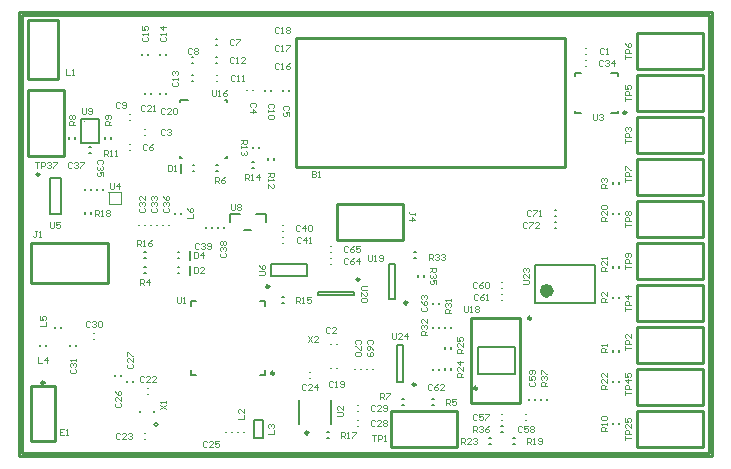
<source format=gto>
G04*
G04 #@! TF.GenerationSoftware,Altium Limited,Altium Designer,20.1.14 (287)*
G04*
G04 Layer_Color=65535*
%FSLAX25Y25*%
%MOIN*%
G70*
G04*
G04 #@! TF.SameCoordinates,32D4A6E9-0C54-4149-BE24-DE0316A2B815*
G04*
G04*
G04 #@! TF.FilePolarity,Positive*
G04*
G01*
G75*
%ADD10C,0.00984*%
%ADD11C,0.02362*%
%ADD12C,0.00394*%
%ADD13C,0.00197*%
%ADD14C,0.01000*%
%ADD15C,0.00600*%
%ADD16C,0.00787*%
%ADD17C,0.00591*%
%ADD18C,0.00079*%
%ADD19C,0.00500*%
%ADD20C,0.00300*%
D10*
X202429Y114602D02*
G03*
X202429Y114602I-492J0D01*
G01*
X152685Y22693D02*
G03*
X152685Y22693I-492J0D01*
G01*
X129492Y51173D02*
G03*
X129492Y51173I-492J0D01*
G01*
X113516Y59000D02*
G03*
X113516Y59000I-492J0D01*
G01*
X132217Y23913D02*
G03*
X132217Y23913I-492J0D01*
G01*
X170724Y46000D02*
G03*
X170724Y46000I-492J0D01*
G01*
X83406Y56587D02*
G03*
X83406Y56587I-492J0D01*
G01*
X6878Y93925D02*
G03*
X6878Y93925I-492J0D01*
G01*
X96492Y7850D02*
G03*
X96492Y7850I-492J0D01*
G01*
X85067Y27701D02*
G03*
X85067Y27701I-492J0D01*
G01*
D11*
X177122Y55154D02*
G03*
X177122Y55154I-1181J0D01*
G01*
D12*
X21877Y111666D02*
G03*
X21877Y111666I-197J0D01*
G01*
D13*
X30213Y88083D02*
G03*
X30213Y88083I-197J0D01*
G01*
D14*
X8500Y24500D02*
G03*
X8500Y24500I-500J0D01*
G01*
X3000Y145567D02*
X13000D01*
X3000Y125882D02*
X13000D01*
Y145567D01*
X3000Y125882D02*
Y145567D01*
X1000Y147000D02*
X230000D01*
X92500Y96500D02*
Y107000D01*
Y96500D02*
X182000D01*
Y139500D01*
X92500D02*
X182000D01*
X92500Y129000D02*
Y139500D01*
Y107000D02*
Y129000D01*
X106000Y84000D02*
X128000D01*
Y72000D02*
Y84000D01*
X106000Y72000D02*
X128000D01*
X106000D02*
Y84000D01*
X150618Y17673D02*
X167154D01*
X150618D02*
Y46020D01*
X167154D01*
Y17673D02*
Y46020D01*
X3000Y100000D02*
X15000D01*
Y122000D01*
X3000D02*
X15000D01*
X3000Y100000D02*
Y122000D01*
X206000Y3000D02*
X228000D01*
X206000D02*
Y15000D01*
X228000D01*
Y3000D02*
Y15000D01*
X206000Y59000D02*
X228000D01*
X206000D02*
Y71000D01*
X228000D01*
Y59000D02*
Y71000D01*
X206000Y73000D02*
X228000D01*
X206000D02*
Y85000D01*
X228000D01*
Y73000D02*
Y85000D01*
X206000Y87000D02*
X228000D01*
X206000D02*
Y99000D01*
X228000D01*
Y87000D02*
Y99000D01*
X206000Y45000D02*
X228000D01*
X206000D02*
Y57000D01*
X228000D01*
Y45000D02*
Y57000D01*
X206000Y31000D02*
X228000D01*
X206000D02*
Y43000D01*
X228000D01*
Y31000D02*
Y43000D01*
Y17000D02*
Y29000D01*
X206000D02*
X228000D01*
X206000Y17000D02*
Y29000D01*
Y17000D02*
X228000D01*
X124000Y15000D02*
X146000D01*
Y3000D02*
Y15000D01*
X124000Y3000D02*
X146000D01*
X124000D02*
Y15000D01*
X206000Y141000D02*
X228000D01*
Y129000D02*
Y141000D01*
X206000Y129000D02*
X228000D01*
X206000D02*
Y141000D01*
Y127000D02*
X228000D01*
Y115000D02*
Y127000D01*
X206000Y115000D02*
X228000D01*
X206000D02*
Y127000D01*
Y113000D02*
X228000D01*
Y101000D02*
Y113000D01*
X206000Y101000D02*
X228000D01*
X206000D02*
Y113000D01*
X4165Y57807D02*
X29756D01*
Y71193D01*
X4165D02*
X29756D01*
X4165Y57807D02*
Y71193D01*
X12000Y5000D02*
Y23500D01*
X4000Y5000D02*
X12000D01*
X4000D02*
Y23500D01*
X12000D01*
X1000Y1000D02*
X230000D01*
X230000Y147000D02*
X230000Y1000D01*
X1000D02*
Y147000D01*
X0Y0D02*
X231000D01*
X231000Y148000D02*
X231000Y0D01*
X0Y148000D02*
X231000D01*
X0Y0D02*
Y148000D01*
D15*
X46281Y10638D02*
G03*
X46281Y10638I-557J0D01*
G01*
X36890Y104000D02*
X37047D01*
X36890Y102000D02*
X37047D01*
X36921Y114000D02*
X37079D01*
X36921Y112000D02*
X37079D01*
X41890Y109000D02*
X42047D01*
X41890Y107000D02*
X42047D01*
X44000Y120890D02*
Y121047D01*
X42000Y120890D02*
Y121047D01*
X49000Y120890D02*
Y121047D01*
X47000Y120890D02*
Y121047D01*
X57972Y96984D02*
X58287D01*
X57972Y95016D02*
X58287D01*
X54193Y94425D02*
Y97575D01*
X57827Y125000D02*
X57984D01*
X57827Y127000D02*
X57984D01*
X57827Y131000D02*
X57984D01*
X57827Y133000D02*
X57984D01*
X49000Y133890D02*
Y134047D01*
X47000Y133890D02*
Y134047D01*
X43000Y133890D02*
Y134047D01*
X41000Y133890D02*
Y134047D01*
X65719Y97000D02*
X66219D01*
X65719Y95000D02*
X66219D01*
X65890Y127000D02*
X66047D01*
X65890Y125000D02*
X66047D01*
X65858Y133000D02*
X66016D01*
X65858Y131000D02*
X66016D01*
X65827Y139000D02*
X65984D01*
X65827Y137000D02*
X65984D01*
X77719Y98000D02*
X78219D01*
X77719Y96000D02*
X78219D01*
X80000Y102750D02*
Y103250D01*
X78000Y102750D02*
Y103250D01*
Y121953D02*
Y122110D01*
X76000Y121953D02*
Y122110D01*
X85000Y98782D02*
Y99282D01*
X83000Y98782D02*
Y99282D01*
X84000Y121890D02*
Y122047D01*
X82000Y121890D02*
Y122047D01*
X90000Y121890D02*
Y122047D01*
X88000Y121890D02*
Y122047D01*
X103890Y68000D02*
X104047D01*
X103890Y70000D02*
X104047D01*
X103890Y64000D02*
X104047D01*
X103890Y66000D02*
X104047D01*
X164718Y4000D02*
X165218D01*
X164718Y6000D02*
X165218D01*
X156781Y4000D02*
X157281D01*
X156781Y6000D02*
X157281D01*
X160953Y54000D02*
X161110D01*
X160953Y52000D02*
X161110D01*
X160953Y58000D02*
X161110D01*
X160953Y56000D02*
X161110D01*
X131750Y68000D02*
X132250D01*
X131750Y66000D02*
X132250D01*
X135000Y59781D02*
Y60281D01*
X133000Y59781D02*
Y60281D01*
X160782Y10000D02*
X161282D01*
X160782Y8000D02*
X161282D01*
X172000Y18890D02*
Y19047D01*
X170000Y18890D02*
Y19047D01*
X176000Y18719D02*
Y19218D01*
X174000Y18719D02*
Y19218D01*
X160953Y12000D02*
X161110D01*
X160953Y14000D02*
X161110D01*
X168953Y12000D02*
X169110D01*
X168953Y14000D02*
X169110D01*
X140000Y50890D02*
Y51047D01*
X138000Y50890D02*
Y51047D01*
Y42718D02*
Y43218D01*
X140000Y42718D02*
Y43218D01*
X144000Y42718D02*
Y43218D01*
X142000Y42718D02*
Y43218D01*
X140000Y28890D02*
Y29047D01*
X138000Y28890D02*
Y29047D01*
X144000Y28782D02*
Y29281D01*
X142000Y28782D02*
Y29281D01*
X144000Y35781D02*
Y36281D01*
X142000Y35781D02*
Y36281D01*
X112000Y28953D02*
Y29110D01*
X114000Y28953D02*
Y29110D01*
X116000Y28953D02*
Y29110D01*
X118000Y28953D02*
Y29110D01*
X178717Y78000D02*
X178874D01*
X178717Y76000D02*
X178874D01*
X178717Y82000D02*
X178874D01*
X178717Y80000D02*
X178874D01*
X28712Y105873D02*
Y106373D01*
X30712Y105873D02*
Y106373D01*
X16712Y105873D02*
Y106373D01*
X18712Y105873D02*
Y106373D01*
X23430Y101091D02*
X23931D01*
X23430Y103091D02*
X23931D01*
X52000Y80890D02*
Y81047D01*
X54000Y80890D02*
Y81047D01*
X87750Y51000D02*
X88250D01*
X87750Y53000D02*
X88250D01*
X87890Y73000D02*
X88047D01*
X87890Y71000D02*
X88047D01*
X87890Y75000D02*
X88047D01*
X87890Y77000D02*
X88047D01*
X62260Y76157D02*
Y76315D01*
X64260Y76157D02*
Y76315D01*
X68260Y76157D02*
Y76315D01*
X66260Y76157D02*
Y76315D01*
X50000Y76953D02*
Y77110D01*
X48000Y76953D02*
Y77110D01*
X44000Y76953D02*
Y77110D01*
X46000Y76953D02*
Y77110D01*
X40000Y76953D02*
Y77110D01*
X42000Y76953D02*
Y77110D01*
X28000Y88890D02*
Y89047D01*
X26000Y88890D02*
Y89047D01*
X22000Y88890D02*
Y89047D01*
X24000Y88890D02*
Y89047D01*
X22000Y80782D02*
Y81282D01*
X24000Y80782D02*
Y81282D01*
X188890Y136000D02*
X189047D01*
X188890Y134000D02*
X189047D01*
X188890Y132000D02*
X189047D01*
X188890Y130000D02*
X189047D01*
X127750Y17000D02*
X128250D01*
X127750Y19000D02*
X128250D01*
X137782Y17000D02*
X138282D01*
X137782Y19000D02*
X138282D01*
X200000Y34782D02*
Y35282D01*
X198000Y34782D02*
Y35282D01*
Y24719D02*
Y25218D01*
X200000Y24719D02*
Y25218D01*
Y62782D02*
Y63282D01*
X198000Y62782D02*
Y63282D01*
X200000Y90781D02*
Y91281D01*
X198000Y90781D02*
Y91281D01*
Y80718D02*
Y81218D01*
X200000Y80718D02*
Y81218D01*
X198000Y52719D02*
Y53219D01*
X200000Y52719D02*
Y53219D01*
X41719Y63000D02*
X42219D01*
X41719Y61000D02*
X42219D01*
X112890Y15000D02*
X113047D01*
X112890Y17000D02*
X113047D01*
X112890Y12000D02*
X113047D01*
X112890Y10000D02*
X113047D01*
X102718Y8000D02*
X103218D01*
X102718Y6000D02*
X103218D01*
X198000Y10750D02*
Y11250D01*
X200000Y10750D02*
Y11250D01*
X57067Y60425D02*
Y63575D01*
X52972Y62984D02*
X53287D01*
X52972Y61016D02*
X53287D01*
X41719Y68000D02*
X42219D01*
X41719Y66000D02*
X42219D01*
X57035Y65425D02*
Y68575D01*
X52941Y67984D02*
X53256D01*
X52941Y66016D02*
X53256D01*
X32000Y26890D02*
Y27047D01*
X34000Y26890D02*
Y27047D01*
X71000Y7953D02*
Y8110D01*
X69000Y7953D02*
Y8110D01*
X75000Y7953D02*
Y8110D01*
X73000Y7953D02*
Y8110D01*
X96890Y26000D02*
X97047D01*
X96890Y28000D02*
X97047D01*
X104000Y37276D02*
Y37433D01*
X106000Y37276D02*
Y37433D01*
Y29339D02*
Y29496D01*
X104000Y29339D02*
Y29496D01*
X36000Y24921D02*
Y25079D01*
X38000Y24921D02*
Y25079D01*
X42890Y20937D02*
X43047D01*
X42890Y22937D02*
X43047D01*
X40213Y14772D02*
Y15165D01*
X44937Y14772D02*
Y15165D01*
X41953Y7937D02*
X42110D01*
X41953Y5937D02*
X42110D01*
X9000Y36921D02*
Y37079D01*
X7000Y36921D02*
Y37079D01*
X14000Y42890D02*
Y43047D01*
X12000Y42890D02*
Y43047D01*
X24890Y41000D02*
X25047D01*
X24890Y39000D02*
X25047D01*
X17000Y36921D02*
Y37079D01*
X19000Y36921D02*
Y37079D01*
D16*
X199772Y126906D02*
Y127693D01*
X197508D02*
X199772D01*
X185205Y126906D02*
Y127693D01*
X187469D01*
X185205Y114307D02*
Y115094D01*
Y114307D02*
X187469D01*
X197508D02*
X199772D01*
Y115094D01*
X53728Y99367D02*
Y100095D01*
Y99367D02*
X54456D01*
X69279D02*
Y100095D01*
X68551Y99367D02*
X69279D01*
X68551Y118855D02*
X69279D01*
Y118126D02*
Y118855D01*
X53728Y118126D02*
Y118855D01*
X56425D01*
X165382Y27319D02*
Y36374D01*
X153177Y27319D02*
Y36374D01*
X165382D01*
X153177Y27319D02*
X165382D01*
X123291Y52354D02*
Y64165D01*
X125260Y52354D02*
Y64165D01*
X123291D02*
X125260D01*
X123291Y52354D02*
X125260D01*
X111843Y53685D02*
Y54866D01*
X99638Y53685D02*
Y54866D01*
X111843D01*
X99638Y53685D02*
X111843D01*
X126016Y24898D02*
Y37102D01*
X127984Y24898D02*
Y37102D01*
X126016D02*
X127984D01*
X126016Y24898D02*
X127984D01*
X172004Y51217D02*
X192083D01*
X172004Y63815D02*
X192083D01*
X172004Y51217D02*
Y63815D01*
X192083Y51217D02*
Y63815D01*
X83898Y60031D02*
Y63968D01*
X96102Y60031D02*
Y63968D01*
X83898Y60031D02*
X96102D01*
X83898Y63968D02*
X96102D01*
X70276Y78035D02*
Y80890D01*
X78917D02*
X82244D01*
X70276D02*
X73602D01*
X82244Y78035D02*
Y80890D01*
X75177Y75378D02*
X77342D01*
X14161Y80638D02*
Y92843D01*
X10224Y80638D02*
Y92843D01*
Y80638D02*
X14161D01*
X10224Y92843D02*
X14161D01*
X93244Y10902D02*
Y18776D01*
X103874Y10902D02*
Y18776D01*
X57213Y27110D02*
X58984D01*
X57213D02*
Y28882D01*
Y50142D02*
Y51913D01*
X58984D01*
X82016Y27110D02*
Y28882D01*
X80244Y27110D02*
X82016D01*
Y50142D02*
Y51913D01*
X80244D02*
X82016D01*
D17*
X20846Y112516D02*
X26846D01*
Y104516D02*
Y112516D01*
X20846Y104516D02*
X26846D01*
X20846D02*
Y112516D01*
D18*
X30016Y88083D02*
X33953Y88083D01*
Y83949D02*
Y88083D01*
X30016Y83949D02*
X33953D01*
X30016D02*
Y88083D01*
D19*
X78500Y6000D02*
Y12000D01*
Y6000D02*
X81500D01*
Y12000D01*
X78500D02*
X81500D01*
D20*
X97667Y95000D02*
Y93000D01*
X98667D01*
X99000Y93334D01*
Y93667D01*
X98667Y94000D01*
X97667D01*
X98667D01*
X99000Y94333D01*
Y94666D01*
X98667Y95000D01*
X97667D01*
X99666Y93000D02*
X100333D01*
X100000D01*
Y95000D01*
X99666Y94666D01*
X132000Y80333D02*
Y81000D01*
Y80666D01*
X130334D01*
X130000Y81000D01*
Y81333D01*
X130334Y81666D01*
X130000Y78667D02*
X132000D01*
X131000Y79667D01*
Y78334D01*
X202000Y62334D02*
Y63667D01*
Y63001D01*
X204000D01*
Y64334D02*
X202000D01*
Y65333D01*
X202333Y65667D01*
X203000D01*
X203333Y65333D01*
Y64334D01*
X203666Y66333D02*
X204000Y66666D01*
Y67333D01*
X203666Y67666D01*
X202333D01*
X202000Y67333D01*
Y66666D01*
X202333Y66333D01*
X202667D01*
X203000Y66666D01*
Y67666D01*
X202000Y76334D02*
Y77667D01*
Y77001D01*
X204000D01*
Y78334D02*
X202000D01*
Y79333D01*
X202333Y79666D01*
X203000D01*
X203333Y79333D01*
Y78334D01*
X202333Y80333D02*
X202000Y80666D01*
Y81333D01*
X202333Y81666D01*
X202667D01*
X203000Y81333D01*
X203333Y81666D01*
X203666D01*
X204000Y81333D01*
Y80666D01*
X203666Y80333D01*
X203333D01*
X203000Y80666D01*
X202667Y80333D01*
X202333D01*
X203000Y80666D02*
Y81333D01*
X202000Y91334D02*
Y92667D01*
Y92001D01*
X204000D01*
Y93334D02*
X202000D01*
Y94333D01*
X202333Y94666D01*
X203000D01*
X203333Y94333D01*
Y93334D01*
X202000Y95333D02*
Y96666D01*
X202333D01*
X203666Y95333D01*
X204000D01*
X202000Y48334D02*
Y49667D01*
Y49001D01*
X204000D01*
Y50334D02*
X202000D01*
Y51333D01*
X202333Y51666D01*
X203000D01*
X203333Y51333D01*
Y50334D01*
X204000Y53333D02*
X202000D01*
X203000Y52333D01*
Y53666D01*
X202000Y35334D02*
Y36667D01*
Y36001D01*
X204000D01*
Y37334D02*
X202000D01*
Y38333D01*
X202333Y38666D01*
X203000D01*
X203333Y38333D01*
Y37334D01*
X204000Y40666D02*
Y39333D01*
X202667Y40666D01*
X202333D01*
X202000Y40333D01*
Y39666D01*
X202333Y39333D01*
X196000Y61667D02*
X194000D01*
Y62667D01*
X194334Y63000D01*
X195000D01*
X195333Y62667D01*
Y61667D01*
Y62334D02*
X196000Y63000D01*
Y65000D02*
Y63667D01*
X194667Y65000D01*
X194334D01*
X194000Y64666D01*
Y64000D01*
X194334Y63667D01*
X196000Y65666D02*
Y66333D01*
Y65999D01*
X194000D01*
X194334Y65666D01*
X196000Y78334D02*
X194000D01*
Y79334D01*
X194334Y79667D01*
X195000D01*
X195333Y79334D01*
Y78334D01*
Y79001D02*
X196000Y79667D01*
Y81666D02*
Y80334D01*
X194667Y81666D01*
X194334D01*
X194000Y81333D01*
Y80667D01*
X194334Y80334D01*
Y82333D02*
X194000Y82666D01*
Y83333D01*
X194334Y83666D01*
X195666D01*
X196000Y83333D01*
Y82666D01*
X195666Y82333D01*
X194334D01*
X196000Y89334D02*
X194000D01*
Y90334D01*
X194334Y90667D01*
X195000D01*
X195333Y90334D01*
Y89334D01*
Y90000D02*
X196000Y90667D01*
X194334Y91333D02*
X194000Y91667D01*
Y92333D01*
X194334Y92666D01*
X194667D01*
X195000Y92333D01*
Y92000D01*
Y92333D01*
X195333Y92666D01*
X195666D01*
X196000Y92333D01*
Y91667D01*
X195666Y91333D01*
X196000Y51334D02*
X194000D01*
Y52334D01*
X194334Y52667D01*
X195000D01*
X195333Y52334D01*
Y51334D01*
Y52000D02*
X196000Y52667D01*
Y54666D02*
Y53333D01*
X194667Y54666D01*
X194334D01*
X194000Y54333D01*
Y53667D01*
X194334Y53333D01*
X196000Y34667D02*
X194000D01*
Y35667D01*
X194334Y36000D01*
X195000D01*
X195333Y35667D01*
Y34667D01*
Y35334D02*
X196000Y36000D01*
Y36666D02*
Y37333D01*
Y37000D01*
X194000D01*
X194334Y36666D01*
X21046Y116091D02*
Y114425D01*
X21379Y114092D01*
X22046D01*
X22379Y114425D01*
Y116091D01*
X23045Y114425D02*
X23379Y114092D01*
X24045D01*
X24378Y114425D01*
Y115758D01*
X24045Y116091D01*
X23379D01*
X23045Y115758D01*
Y115424D01*
X23379Y115091D01*
X24378D01*
X70594Y84267D02*
Y82601D01*
X70927Y82268D01*
X71593D01*
X71927Y82601D01*
Y84267D01*
X72593Y83934D02*
X72926Y84267D01*
X73593D01*
X73926Y83934D01*
Y83601D01*
X73593Y83268D01*
X73926Y82934D01*
Y82601D01*
X73593Y82268D01*
X72926D01*
X72593Y82601D01*
Y82934D01*
X72926Y83268D01*
X72593Y83601D01*
Y83934D01*
X72926Y83268D02*
X73593D01*
X80000Y60334D02*
X81666D01*
X82000Y60667D01*
Y61334D01*
X81666Y61667D01*
X80000D01*
Y63666D02*
X80334Y63000D01*
X81000Y62333D01*
X81666D01*
X82000Y62666D01*
Y63333D01*
X81666Y63666D01*
X81333D01*
X81000Y63333D01*
Y62333D01*
X10334Y78000D02*
Y76334D01*
X10667Y76000D01*
X11334D01*
X11667Y76334D01*
Y78000D01*
X13666D02*
X12333D01*
Y77000D01*
X13000Y77333D01*
X13333D01*
X13666Y77000D01*
Y76334D01*
X13333Y76000D01*
X12666D01*
X12333Y76334D01*
X5334Y98000D02*
X6667D01*
X6001D01*
Y96000D01*
X7334D02*
Y98000D01*
X8334D01*
X8667Y97667D01*
Y97000D01*
X8334Y96667D01*
X7334D01*
X9333Y97667D02*
X9667Y98000D01*
X10333D01*
X10666Y97667D01*
Y97333D01*
X10333Y97000D01*
X10000D01*
X10333D01*
X10666Y96667D01*
Y96334D01*
X10333Y96000D01*
X9667D01*
X9333Y96334D01*
X11333Y98000D02*
X12665D01*
Y97667D01*
X11333Y96334D01*
Y96000D01*
X117667Y7000D02*
X119000D01*
X118334D01*
Y5000D01*
X119667D02*
Y7000D01*
X120667D01*
X121000Y6667D01*
Y6000D01*
X120667Y5667D01*
X119667D01*
X121666Y5000D02*
X122333D01*
X121999D01*
Y7000D01*
X121666Y6667D01*
X25501Y80000D02*
Y82000D01*
X26500D01*
X26834Y81666D01*
Y81000D01*
X26500Y80667D01*
X25501D01*
X26167D02*
X26834Y80000D01*
X27500D02*
X28167D01*
X27833D01*
Y82000D01*
X27500Y81666D01*
X29166D02*
X29500Y82000D01*
X30166D01*
X30499Y81666D01*
Y81333D01*
X30166Y81000D01*
X30499Y80667D01*
Y80334D01*
X30166Y80000D01*
X29500D01*
X29166Y80334D01*
Y80667D01*
X29500Y81000D01*
X29166Y81333D01*
Y81666D01*
X29500Y81000D02*
X30166D01*
X28366Y100000D02*
Y102000D01*
X29366D01*
X29699Y101666D01*
Y101000D01*
X29366Y100667D01*
X28366D01*
X29032D02*
X29699Y100000D01*
X30365D02*
X31032D01*
X30698D01*
Y102000D01*
X30365Y101666D01*
X32031Y100000D02*
X32698D01*
X32364D01*
Y102000D01*
X32031Y101666D01*
X30712Y110425D02*
X28712D01*
Y111425D01*
X29046Y111758D01*
X29712D01*
X30045Y111425D01*
Y110425D01*
Y111091D02*
X30712Y111758D01*
X30378Y112424D02*
X30712Y112758D01*
Y113424D01*
X30378Y113757D01*
X29046D01*
X28712Y113424D01*
Y112758D01*
X29046Y112424D01*
X29379D01*
X29712Y112758D01*
Y113757D01*
X18712Y110425D02*
X16712D01*
Y111425D01*
X17045Y111758D01*
X17712D01*
X18045Y111425D01*
Y110425D01*
Y111091D02*
X18712Y111758D01*
X17045Y112424D02*
X16712Y112758D01*
Y113424D01*
X17045Y113757D01*
X17379D01*
X17712Y113424D01*
X18045Y113757D01*
X18378D01*
X18712Y113424D01*
Y112758D01*
X18378Y112424D01*
X18045D01*
X17712Y112758D01*
X17379Y112424D01*
X17045D01*
X17712Y112758D02*
Y113424D01*
X120334Y19000D02*
Y21000D01*
X121334D01*
X121667Y20666D01*
Y20000D01*
X121334Y19667D01*
X120334D01*
X121000D02*
X121667Y19000D01*
X122333Y21000D02*
X123666D01*
Y20666D01*
X122333Y19334D01*
Y19000D01*
X142334Y17000D02*
Y19000D01*
X143334D01*
X143667Y18666D01*
Y18000D01*
X143334Y17667D01*
X142334D01*
X143000D02*
X143667Y17000D01*
X145666Y19000D02*
X144333D01*
Y18000D01*
X145000Y18333D01*
X145333D01*
X145666Y18000D01*
Y17334D01*
X145333Y17000D01*
X144667D01*
X144333Y17334D01*
X56000Y79334D02*
X58000D01*
Y80667D01*
X56000Y82666D02*
X56334Y82000D01*
X57000Y81333D01*
X57666D01*
X58000Y81666D01*
Y82333D01*
X57666Y82666D01*
X57333D01*
X57000Y82333D01*
Y81333D01*
X93667Y76666D02*
X93334Y77000D01*
X92667D01*
X92334Y76666D01*
Y75334D01*
X92667Y75000D01*
X93334D01*
X93667Y75334D01*
X95333Y75000D02*
Y77000D01*
X94334Y76000D01*
X95666D01*
X96333Y76666D02*
X96666Y77000D01*
X97333D01*
X97666Y76666D01*
Y75334D01*
X97333Y75000D01*
X96666D01*
X96333Y75334D01*
Y76666D01*
X48333Y82667D02*
X48000Y82334D01*
Y81667D01*
X48333Y81334D01*
X49666D01*
X50000Y81667D01*
Y82334D01*
X49666Y82667D01*
X48333Y83334D02*
X48000Y83667D01*
Y84333D01*
X48333Y84667D01*
X48667D01*
X49000Y84333D01*
Y84000D01*
Y84333D01*
X49333Y84667D01*
X49666D01*
X50000Y84333D01*
Y83667D01*
X49666Y83334D01*
X48000Y86666D02*
X48333Y85999D01*
X49000Y85333D01*
X49666D01*
X50000Y85666D01*
Y86333D01*
X49666Y86666D01*
X49333D01*
X49000Y86333D01*
Y85333D01*
X27666Y97333D02*
X28000Y97666D01*
Y98333D01*
X27666Y98666D01*
X26334D01*
X26000Y98333D01*
Y97666D01*
X26334Y97333D01*
X27666Y96666D02*
X28000Y96333D01*
Y95667D01*
X27666Y95333D01*
X27333D01*
X27000Y95667D01*
Y96000D01*
Y95667D01*
X26667Y95333D01*
X26334D01*
X26000Y95667D01*
Y96333D01*
X26334Y96666D01*
X28000Y93334D02*
Y94667D01*
X27000D01*
X27333Y94001D01*
Y93667D01*
X27000Y93334D01*
X26334D01*
X26000Y93667D01*
Y94334D01*
X26334Y94667D01*
X194667Y131667D02*
X194334Y132000D01*
X193667D01*
X193334Y131667D01*
Y130333D01*
X193667Y130000D01*
X194334D01*
X194667Y130333D01*
X195334Y131667D02*
X195667Y132000D01*
X196333D01*
X196667Y131667D01*
Y131333D01*
X196333Y131000D01*
X196000D01*
X196333D01*
X196667Y130667D01*
Y130333D01*
X196333Y130000D01*
X195667D01*
X195334Y130333D01*
X198333Y130000D02*
Y132000D01*
X197333Y131000D01*
X198666D01*
X44333Y82667D02*
X44000Y82334D01*
Y81667D01*
X44333Y81334D01*
X45666D01*
X46000Y81667D01*
Y82334D01*
X45666Y82667D01*
X44333Y83334D02*
X44000Y83667D01*
Y84333D01*
X44333Y84667D01*
X44667D01*
X45000Y84333D01*
Y84000D01*
Y84333D01*
X45333Y84667D01*
X45666D01*
X46000Y84333D01*
Y83667D01*
X45666Y83334D01*
X44333Y85333D02*
X44000Y85666D01*
Y86333D01*
X44333Y86666D01*
X44667D01*
X45000Y86333D01*
Y85999D01*
Y86333D01*
X45333Y86666D01*
X45666D01*
X46000Y86333D01*
Y85666D01*
X45666Y85333D01*
X40334Y82667D02*
X40000Y82334D01*
Y81667D01*
X40334Y81334D01*
X41666D01*
X42000Y81667D01*
Y82334D01*
X41666Y82667D01*
X40334Y83334D02*
X40000Y83667D01*
Y84333D01*
X40334Y84667D01*
X40667D01*
X41000Y84333D01*
Y84000D01*
Y84333D01*
X41333Y84667D01*
X41666D01*
X42000Y84333D01*
Y83667D01*
X41666Y83334D01*
X42000Y86666D02*
Y85333D01*
X40667Y86666D01*
X40334D01*
X40000Y86333D01*
Y85666D01*
X40334Y85333D01*
X195000Y135667D02*
X194667Y136000D01*
X194000D01*
X193667Y135667D01*
Y134334D01*
X194000Y134000D01*
X194667D01*
X195000Y134334D01*
X195667Y134000D02*
X196333D01*
X196000D01*
Y136000D01*
X195667Y135667D01*
X116000Y56666D02*
X114333D01*
X114000Y56333D01*
Y55666D01*
X114333Y55333D01*
X116000D01*
X114000Y53333D02*
Y54666D01*
X115333Y53333D01*
X115666D01*
X116000Y53667D01*
Y54333D01*
X115666Y54666D01*
Y52667D02*
X116000Y52334D01*
Y51667D01*
X115666Y51334D01*
X114333D01*
X114000Y51667D01*
Y52334D01*
X114333Y52667D01*
X115666D01*
X116501Y67000D02*
Y65334D01*
X116834Y65000D01*
X117500D01*
X117834Y65334D01*
Y67000D01*
X118500Y65000D02*
X119167D01*
X118833D01*
Y67000D01*
X118500Y66667D01*
X120166Y65334D02*
X120500Y65000D01*
X121166D01*
X121499Y65334D01*
Y66667D01*
X121166Y67000D01*
X120500D01*
X120166Y66667D01*
Y66333D01*
X120500Y66000D01*
X121499D01*
X148501Y50000D02*
Y48334D01*
X148834Y48000D01*
X149501D01*
X149834Y48334D01*
Y50000D01*
X150500Y48000D02*
X151167D01*
X150833D01*
Y50000D01*
X150500Y49667D01*
X152166D02*
X152499Y50000D01*
X153166D01*
X153499Y49667D01*
Y49333D01*
X153166Y49000D01*
X153499Y48667D01*
Y48334D01*
X153166Y48000D01*
X152499D01*
X152166Y48334D01*
Y48667D01*
X152499Y49000D01*
X152166Y49333D01*
Y49667D01*
X152499Y49000D02*
X153166D01*
X202000Y5334D02*
Y6667D01*
Y6001D01*
X204000D01*
Y7334D02*
X202000D01*
Y8334D01*
X202333Y8667D01*
X203000D01*
X203333Y8334D01*
Y7334D01*
X204000Y10666D02*
Y9333D01*
X202667Y10666D01*
X202333D01*
X202000Y10333D01*
Y9667D01*
X202333Y9333D01*
X202000Y12665D02*
Y11333D01*
X203000D01*
X202667Y11999D01*
Y12332D01*
X203000Y12665D01*
X203666D01*
X204000Y12332D01*
Y11666D01*
X203666Y11333D01*
X176000Y23334D02*
X174000D01*
Y24334D01*
X174334Y24667D01*
X175000D01*
X175333Y24334D01*
Y23334D01*
Y24001D02*
X176000Y24667D01*
X174334Y25334D02*
X174000Y25667D01*
Y26333D01*
X174334Y26667D01*
X174667D01*
X175000Y26333D01*
Y26000D01*
Y26333D01*
X175333Y26667D01*
X175666D01*
X176000Y26333D01*
Y25667D01*
X175666Y25334D01*
X174000Y27333D02*
Y28666D01*
X174334D01*
X175666Y27333D01*
X176000D01*
X151334Y8000D02*
Y10000D01*
X152334D01*
X152667Y9667D01*
Y9000D01*
X152334Y8667D01*
X151334D01*
X152001D02*
X152667Y8000D01*
X153333Y9667D02*
X153667Y10000D01*
X154333D01*
X154666Y9667D01*
Y9333D01*
X154333Y9000D01*
X154000D01*
X154333D01*
X154666Y8667D01*
Y8334D01*
X154333Y8000D01*
X153667D01*
X153333Y8334D01*
X156666Y10000D02*
X155999Y9667D01*
X155333Y9000D01*
Y8334D01*
X155666Y8000D01*
X156333D01*
X156666Y8334D01*
Y8667D01*
X156333Y9000D01*
X155333D01*
X137000Y62666D02*
X139000D01*
Y61666D01*
X138666Y61333D01*
X138000D01*
X137667Y61666D01*
Y62666D01*
Y61999D02*
X137000Y61333D01*
X138666Y60666D02*
X139000Y60333D01*
Y59667D01*
X138666Y59333D01*
X138333D01*
X138000Y59667D01*
Y60000D01*
Y59667D01*
X137667Y59333D01*
X137334D01*
X137000Y59667D01*
Y60333D01*
X137334Y60666D01*
X139000Y57334D02*
Y58667D01*
X138000D01*
X138333Y58001D01*
Y57667D01*
X138000Y57334D01*
X137334D01*
X137000Y57667D01*
Y58334D01*
X137334Y58667D01*
X136834Y65500D02*
Y67500D01*
X137834D01*
X138167Y67167D01*
Y66500D01*
X137834Y66167D01*
X136834D01*
X137501D02*
X138167Y65500D01*
X138833Y67167D02*
X139167Y67500D01*
X139833D01*
X140166Y67167D01*
Y66833D01*
X139833Y66500D01*
X139500D01*
X139833D01*
X140166Y66167D01*
Y65834D01*
X139833Y65500D01*
X139167D01*
X138833Y65834D01*
X140833Y67167D02*
X141166Y67500D01*
X141833D01*
X142166Y67167D01*
Y66833D01*
X141833Y66500D01*
X141499D01*
X141833D01*
X142166Y66167D01*
Y65834D01*
X141833Y65500D01*
X141166D01*
X140833Y65834D01*
X136000Y40334D02*
X134000D01*
Y41334D01*
X134334Y41667D01*
X135000D01*
X135333Y41334D01*
Y40334D01*
Y41001D02*
X136000Y41667D01*
X134334Y42334D02*
X134000Y42667D01*
Y43333D01*
X134334Y43666D01*
X134667D01*
X135000Y43333D01*
Y43000D01*
Y43333D01*
X135333Y43666D01*
X135666D01*
X136000Y43333D01*
Y42667D01*
X135666Y42334D01*
X136000Y45666D02*
Y44333D01*
X134667Y45666D01*
X134334D01*
X134000Y45333D01*
Y44666D01*
X134334Y44333D01*
X144000Y47667D02*
X142000D01*
Y48667D01*
X142333Y49000D01*
X143000D01*
X143333Y48667D01*
Y47667D01*
Y48334D02*
X144000Y49000D01*
X142333Y49667D02*
X142000Y50000D01*
Y50666D01*
X142333Y51000D01*
X142667D01*
X143000Y50666D01*
Y50333D01*
Y50666D01*
X143333Y51000D01*
X143666D01*
X144000Y50666D01*
Y50000D01*
X143666Y49667D01*
X144000Y51666D02*
Y52333D01*
Y51999D01*
X142000D01*
X142333Y51666D01*
X148000Y34334D02*
X146000D01*
Y35334D01*
X146334Y35667D01*
X147000D01*
X147333Y35334D01*
Y34334D01*
Y35001D02*
X148000Y35667D01*
Y37666D02*
Y36334D01*
X146667Y37666D01*
X146334D01*
X146000Y37333D01*
Y36667D01*
X146334Y36334D01*
X146000Y39666D02*
Y38333D01*
X147000D01*
X146667Y38999D01*
Y39333D01*
X147000Y39666D01*
X147666D01*
X148000Y39333D01*
Y38666D01*
X147666Y38333D01*
X148000Y26334D02*
X146000D01*
Y27334D01*
X146334Y27667D01*
X147000D01*
X147333Y27334D01*
Y26334D01*
Y27001D02*
X148000Y27667D01*
Y29667D02*
Y28334D01*
X146667Y29667D01*
X146334D01*
X146000Y29333D01*
Y28667D01*
X146334Y28334D01*
X148000Y31333D02*
X146000D01*
X147000Y30333D01*
Y31666D01*
X147334Y4000D02*
Y6000D01*
X148334D01*
X148667Y5666D01*
Y5000D01*
X148334Y4667D01*
X147334D01*
X148001D02*
X148667Y4000D01*
X150666D02*
X149334D01*
X150666Y5333D01*
Y5666D01*
X150333Y6000D01*
X149667D01*
X149334Y5666D01*
X151333D02*
X151666Y6000D01*
X152333D01*
X152666Y5666D01*
Y5333D01*
X152333Y5000D01*
X151999D01*
X152333D01*
X152666Y4667D01*
Y4334D01*
X152333Y4000D01*
X151666D01*
X151333Y4334D01*
X196000Y22303D02*
X194000D01*
Y23302D01*
X194334Y23636D01*
X195000D01*
X195333Y23302D01*
Y22303D01*
Y22969D02*
X196000Y23636D01*
Y25635D02*
Y24302D01*
X194667Y25635D01*
X194334D01*
X194000Y25302D01*
Y24635D01*
X194334Y24302D01*
X196000Y27634D02*
Y26301D01*
X194667Y27634D01*
X194334D01*
X194000Y27301D01*
Y26635D01*
X194334Y26301D01*
X169501Y4000D02*
Y6000D01*
X170501D01*
X170834Y5666D01*
Y5000D01*
X170501Y4667D01*
X169501D01*
X170167D02*
X170834Y4000D01*
X171500D02*
X172167D01*
X171833D01*
Y6000D01*
X171500Y5666D01*
X173166Y4334D02*
X173500Y4000D01*
X174166D01*
X174499Y4334D01*
Y5666D01*
X174166Y6000D01*
X173500D01*
X173166Y5666D01*
Y5333D01*
X173500Y5000D01*
X174499D01*
X92501Y51000D02*
Y53000D01*
X93501D01*
X93834Y52666D01*
Y52000D01*
X93501Y51667D01*
X92501D01*
X93167D02*
X93834Y51000D01*
X94500D02*
X95167D01*
X94833D01*
Y53000D01*
X94500Y52666D01*
X97499Y53000D02*
X96166D01*
Y52000D01*
X96833Y52333D01*
X97166D01*
X97499Y52000D01*
Y51334D01*
X97166Y51000D01*
X96500D01*
X96166Y51334D01*
X109604Y69666D02*
X109271Y70000D01*
X108604D01*
X108271Y69666D01*
Y68334D01*
X108604Y68000D01*
X109271D01*
X109604Y68334D01*
X111603Y70000D02*
X110937Y69666D01*
X110271Y69000D01*
Y68334D01*
X110604Y68000D01*
X111270D01*
X111603Y68334D01*
Y68667D01*
X111270Y69000D01*
X110271D01*
X113603Y70000D02*
X112270D01*
Y69000D01*
X112936Y69333D01*
X113270D01*
X113603Y69000D01*
Y68334D01*
X113270Y68000D01*
X112603D01*
X112270Y68334D01*
X109667Y65667D02*
X109334Y66000D01*
X108667D01*
X108334Y65667D01*
Y64334D01*
X108667Y64000D01*
X109334D01*
X109667Y64334D01*
X111667Y66000D02*
X111000Y65667D01*
X110334Y65000D01*
Y64334D01*
X110667Y64000D01*
X111333D01*
X111667Y64334D01*
Y64667D01*
X111333Y65000D01*
X110334D01*
X113333Y64000D02*
Y66000D01*
X112333Y65000D01*
X113666D01*
X134334Y49667D02*
X134000Y49334D01*
Y48667D01*
X134334Y48334D01*
X135666D01*
X136000Y48667D01*
Y49334D01*
X135666Y49667D01*
X134000Y51666D02*
X134334Y51000D01*
X135000Y50334D01*
X135666D01*
X136000Y50667D01*
Y51333D01*
X135666Y51666D01*
X135333D01*
X135000Y51333D01*
Y50334D01*
X134334Y52333D02*
X134000Y52666D01*
Y53333D01*
X134334Y53666D01*
X134667D01*
X135000Y53333D01*
Y52999D01*
Y53333D01*
X135333Y53666D01*
X135666D01*
X136000Y53333D01*
Y52666D01*
X135666Y52333D01*
X137667Y23666D02*
X137334Y24000D01*
X136667D01*
X136334Y23666D01*
Y22334D01*
X136667Y22000D01*
X137334D01*
X137667Y22334D01*
X139666Y24000D02*
X139000Y23666D01*
X138333Y23000D01*
Y22334D01*
X138667Y22000D01*
X139333D01*
X139666Y22334D01*
Y22667D01*
X139333Y23000D01*
X138333D01*
X141666Y22000D02*
X140333D01*
X141666Y23333D01*
Y23666D01*
X141333Y24000D01*
X140666D01*
X140333Y23666D01*
X153000Y53667D02*
X152667Y54000D01*
X152001D01*
X151667Y53667D01*
Y52334D01*
X152001Y52000D01*
X152667D01*
X153000Y52334D01*
X155000Y54000D02*
X154333Y53667D01*
X153667Y53000D01*
Y52334D01*
X154000Y52000D01*
X154666D01*
X155000Y52334D01*
Y52667D01*
X154666Y53000D01*
X153667D01*
X155666Y52000D02*
X156333D01*
X155999D01*
Y54000D01*
X155666Y53667D01*
X152667Y57666D02*
X152334Y58000D01*
X151667D01*
X151334Y57666D01*
Y56334D01*
X151667Y56000D01*
X152334D01*
X152667Y56334D01*
X154666Y58000D02*
X154000Y57666D01*
X153333Y57000D01*
Y56334D01*
X153667Y56000D01*
X154333D01*
X154666Y56334D01*
Y56667D01*
X154333Y57000D01*
X153333D01*
X155333Y57666D02*
X155666Y58000D01*
X156333D01*
X156666Y57666D01*
Y56334D01*
X156333Y56000D01*
X155666D01*
X155333Y56334D01*
Y57666D01*
X170334Y24667D02*
X170000Y24334D01*
Y23667D01*
X170334Y23334D01*
X171666D01*
X172000Y23667D01*
Y24334D01*
X171666Y24667D01*
X170000Y26667D02*
Y25334D01*
X171000D01*
X170667Y26000D01*
Y26333D01*
X171000Y26667D01*
X171666D01*
X172000Y26333D01*
Y25667D01*
X171666Y25334D01*
Y27333D02*
X172000Y27666D01*
Y28333D01*
X171666Y28666D01*
X170334D01*
X170000Y28333D01*
Y27666D01*
X170334Y27333D01*
X170667D01*
X171000Y27666D01*
Y28666D01*
X167667Y9667D02*
X167334Y10000D01*
X166667D01*
X166334Y9667D01*
Y8334D01*
X166667Y8000D01*
X167334D01*
X167667Y8334D01*
X169667Y10000D02*
X168333D01*
Y9000D01*
X169000Y9333D01*
X169333D01*
X169667Y9000D01*
Y8334D01*
X169333Y8000D01*
X168667D01*
X168333Y8334D01*
X170333Y9667D02*
X170666Y10000D01*
X171333D01*
X171666Y9667D01*
Y9333D01*
X171333Y9000D01*
X171666Y8667D01*
Y8334D01*
X171333Y8000D01*
X170666D01*
X170333Y8334D01*
Y8667D01*
X170666Y9000D01*
X170333Y9333D01*
Y9667D01*
X170666Y9000D02*
X171333D01*
X152667Y13667D02*
X152334Y14000D01*
X151667D01*
X151334Y13667D01*
Y12334D01*
X151667Y12000D01*
X152334D01*
X152667Y12334D01*
X154666Y14000D02*
X153333D01*
Y13000D01*
X154000Y13333D01*
X154333D01*
X154666Y13000D01*
Y12334D01*
X154333Y12000D01*
X153667D01*
X153333Y12334D01*
X155333Y14000D02*
X156666D01*
Y13667D01*
X155333Y12334D01*
Y12000D01*
X94000Y72667D02*
X93667Y73000D01*
X93001D01*
X92667Y72667D01*
Y71334D01*
X93001Y71000D01*
X93667D01*
X94000Y71334D01*
X95666Y71000D02*
Y73000D01*
X94667Y72000D01*
X96000D01*
X96666Y71000D02*
X97333D01*
X96999D01*
Y73000D01*
X96666Y72667D01*
X60167Y70666D02*
X59834Y71000D01*
X59167D01*
X58834Y70666D01*
Y69334D01*
X59167Y69000D01*
X59834D01*
X60167Y69334D01*
X60834Y70666D02*
X61167Y71000D01*
X61833D01*
X62167Y70666D01*
Y70333D01*
X61833Y70000D01*
X61500D01*
X61833D01*
X62167Y69667D01*
Y69334D01*
X61833Y69000D01*
X61167D01*
X60834Y69334D01*
X62833D02*
X63166Y69000D01*
X63833D01*
X64166Y69334D01*
Y70666D01*
X63833Y71000D01*
X63166D01*
X62833Y70666D01*
Y70333D01*
X63166Y70000D01*
X64166D01*
X67334Y67667D02*
X67000Y67334D01*
Y66667D01*
X67334Y66334D01*
X68666D01*
X69000Y66667D01*
Y67334D01*
X68666Y67667D01*
X67334Y68334D02*
X67000Y68667D01*
Y69333D01*
X67334Y69666D01*
X67667D01*
X68000Y69333D01*
Y69000D01*
Y69333D01*
X68333Y69666D01*
X68666D01*
X69000Y69333D01*
Y68667D01*
X68666Y68334D01*
X67334Y70333D02*
X67000Y70666D01*
Y71333D01*
X67334Y71666D01*
X67667D01*
X68000Y71333D01*
X68333Y71666D01*
X68666D01*
X69000Y71333D01*
Y70666D01*
X68666Y70333D01*
X68333D01*
X68000Y70666D01*
X67667Y70333D01*
X67334D01*
X68000Y70666D02*
Y71333D01*
X17667Y97667D02*
X17334Y98000D01*
X16667D01*
X16334Y97667D01*
Y96334D01*
X16667Y96000D01*
X17334D01*
X17667Y96334D01*
X18334Y97667D02*
X18667Y98000D01*
X19333D01*
X19667Y97667D01*
Y97333D01*
X19333Y97000D01*
X19000D01*
X19333D01*
X19667Y96667D01*
Y96334D01*
X19333Y96000D01*
X18667D01*
X18334Y96334D01*
X20333Y98000D02*
X21666D01*
Y97667D01*
X20333Y96334D01*
Y96000D01*
X106000Y13334D02*
X107666D01*
X108000Y13667D01*
Y14334D01*
X107666Y14667D01*
X106000D01*
X108000Y16666D02*
Y15333D01*
X106667Y16666D01*
X106333D01*
X106000Y16333D01*
Y15666D01*
X106333Y15333D01*
X124334Y41000D02*
Y39334D01*
X124667Y39000D01*
X125334D01*
X125667Y39334D01*
Y41000D01*
X127666Y39000D02*
X126333D01*
X127666Y40333D01*
Y40666D01*
X127333Y41000D01*
X126667D01*
X126333Y40666D01*
X129333Y39000D02*
Y41000D01*
X128333Y40000D01*
X129666D01*
X168000Y57334D02*
X169666D01*
X170000Y57667D01*
Y58334D01*
X169666Y58667D01*
X168000D01*
X170000Y60667D02*
Y59334D01*
X168667Y60667D01*
X168333D01*
X168000Y60333D01*
Y59667D01*
X168333Y59334D01*
Y61333D02*
X168000Y61666D01*
Y62333D01*
X168333Y62666D01*
X168667D01*
X169000Y62333D01*
Y61999D01*
Y62333D01*
X169333Y62666D01*
X169666D01*
X170000Y62333D01*
Y61666D01*
X169666Y61333D01*
X202000Y20335D02*
Y21667D01*
Y21001D01*
X204000D01*
Y22334D02*
X202000D01*
Y23334D01*
X202333Y23667D01*
X203000D01*
X203333Y23334D01*
Y22334D01*
X204000Y25333D02*
X202000D01*
X203000Y24333D01*
Y25666D01*
X202000Y27665D02*
Y26333D01*
X203000D01*
X202667Y26999D01*
Y27332D01*
X203000Y27665D01*
X203666D01*
X204000Y27332D01*
Y26666D01*
X203666Y26333D01*
X169494Y77666D02*
X169161Y78000D01*
X168494D01*
X168161Y77666D01*
Y76334D01*
X168494Y76000D01*
X169161D01*
X169494Y76334D01*
X170160Y78000D02*
X171493D01*
Y77666D01*
X170160Y76334D01*
Y76000D01*
X173493D02*
X172160D01*
X173493Y77333D01*
Y77666D01*
X173159Y78000D01*
X172493D01*
X172160Y77666D01*
X170796Y81666D02*
X170462Y82000D01*
X169796D01*
X169463Y81666D01*
Y80334D01*
X169796Y80000D01*
X170462D01*
X170796Y80334D01*
X171462Y82000D02*
X172795D01*
Y81666D01*
X171462Y80334D01*
Y80000D01*
X173461D02*
X174128D01*
X173795D01*
Y82000D01*
X173461Y81666D01*
X113666Y37333D02*
X114000Y37666D01*
Y38333D01*
X113666Y38666D01*
X112334D01*
X112000Y38333D01*
Y37666D01*
X112334Y37333D01*
X114000Y36666D02*
Y35334D01*
X113666D01*
X112334Y36666D01*
X112000D01*
X113666Y34667D02*
X114000Y34334D01*
Y33667D01*
X113666Y33334D01*
X112334D01*
X112000Y33667D01*
Y34334D01*
X112334Y34667D01*
X113666D01*
X117666Y37333D02*
X118000Y37666D01*
Y38333D01*
X117666Y38666D01*
X116334D01*
X116000Y38333D01*
Y37666D01*
X116334Y37333D01*
X118000Y35334D02*
X117666Y36000D01*
X117000Y36666D01*
X116334D01*
X116000Y36333D01*
Y35667D01*
X116334Y35334D01*
X116667D01*
X117000Y35667D01*
Y36666D01*
X116334Y34667D02*
X116000Y34334D01*
Y33667D01*
X116334Y33334D01*
X117666D01*
X118000Y33667D01*
Y34334D01*
X117666Y34667D01*
X117333D01*
X117000Y34334D01*
Y33334D01*
X15667Y129000D02*
Y127000D01*
X17000D01*
X17666D02*
X18333D01*
X18000D01*
Y129000D01*
X17666Y128666D01*
X64501Y122000D02*
Y120334D01*
X64834Y120000D01*
X65500D01*
X65834Y120334D01*
Y122000D01*
X66500Y120000D02*
X67167D01*
X66833D01*
Y122000D01*
X66500Y121667D01*
X69499Y122000D02*
X68833Y121667D01*
X68166Y121000D01*
Y120334D01*
X68499Y120000D01*
X69166D01*
X69499Y120334D01*
Y120667D01*
X69166Y121000D01*
X68166D01*
X202000Y132334D02*
Y133667D01*
Y133001D01*
X204000D01*
Y134334D02*
X202000D01*
Y135333D01*
X202333Y135667D01*
X203000D01*
X203333Y135333D01*
Y134334D01*
X202000Y137666D02*
X202333Y136999D01*
X203000Y136333D01*
X203666D01*
X204000Y136666D01*
Y137333D01*
X203666Y137666D01*
X203333D01*
X203000Y137333D01*
Y136333D01*
X202000Y118334D02*
Y119667D01*
Y119001D01*
X204000D01*
Y120334D02*
X202000D01*
Y121333D01*
X202333Y121667D01*
X203000D01*
X203333Y121333D01*
Y120334D01*
X202000Y123666D02*
Y122333D01*
X203000D01*
X202667Y122999D01*
Y123333D01*
X203000Y123666D01*
X203666D01*
X204000Y123333D01*
Y122666D01*
X203666Y122333D01*
X202000Y104334D02*
Y105667D01*
Y105001D01*
X204000D01*
Y106334D02*
X202000D01*
Y107333D01*
X202333Y107667D01*
X203000D01*
X203333Y107333D01*
Y106334D01*
X202333Y108333D02*
X202000Y108666D01*
Y109333D01*
X202333Y109666D01*
X202667D01*
X203000Y109333D01*
Y108999D01*
Y109333D01*
X203333Y109666D01*
X203666D01*
X204000Y109333D01*
Y108666D01*
X203666Y108333D01*
X107501Y6000D02*
Y8000D01*
X108501D01*
X108834Y7666D01*
Y7000D01*
X108501Y6667D01*
X107501D01*
X108167D02*
X108834Y6000D01*
X109500D02*
X110167D01*
X109833D01*
Y8000D01*
X109500Y7666D01*
X111166Y8000D02*
X112499D01*
Y7666D01*
X111166Y6334D01*
Y6000D01*
X39469Y70000D02*
Y72000D01*
X40469D01*
X40802Y71667D01*
Y71000D01*
X40469Y70667D01*
X39469D01*
X40136D02*
X40802Y70000D01*
X41469D02*
X42135D01*
X41802D01*
Y72000D01*
X41469Y71667D01*
X44468Y72000D02*
X43801Y71667D01*
X43135Y71000D01*
Y70334D01*
X43468Y70000D01*
X44135D01*
X44468Y70334D01*
Y70667D01*
X44135Y71000D01*
X43135D01*
X58334Y68000D02*
Y66000D01*
X59334D01*
X59667Y66334D01*
Y67667D01*
X59334Y68000D01*
X58334D01*
X61333Y66000D02*
Y68000D01*
X60333Y67000D01*
X61666D01*
X58334Y63000D02*
Y61000D01*
X59334D01*
X59667Y61334D01*
Y62666D01*
X59334Y63000D01*
X58334D01*
X61666Y61000D02*
X60333D01*
X61666Y62333D01*
Y62666D01*
X61333Y63000D01*
X60667D01*
X60333Y62666D01*
X49667Y97000D02*
Y95000D01*
X50667D01*
X51000Y95334D01*
Y96667D01*
X50667Y97000D01*
X49667D01*
X51666Y95000D02*
X52333D01*
X52000D01*
Y97000D01*
X51666Y96667D01*
X96334Y40000D02*
X97667Y38000D01*
Y40000D02*
X96334Y38000D01*
X99666D02*
X98333D01*
X99666Y39333D01*
Y39667D01*
X99333Y40000D01*
X98667D01*
X98333Y39667D01*
X47000Y15667D02*
X49000Y17000D01*
X47000D02*
X49000Y15667D01*
Y17666D02*
Y18333D01*
Y18000D01*
X47000D01*
X47333Y17666D01*
X30318Y91015D02*
Y89349D01*
X30651Y89016D01*
X31318D01*
X31651Y89349D01*
Y91015D01*
X33317Y89016D02*
Y91015D01*
X32318Y90016D01*
X33650D01*
X191334Y114000D02*
Y112334D01*
X191667Y112000D01*
X192334D01*
X192667Y112334D01*
Y114000D01*
X193333Y113666D02*
X193667Y114000D01*
X194333D01*
X194666Y113666D01*
Y113333D01*
X194333Y113000D01*
X194000D01*
X194333D01*
X194666Y112667D01*
Y112334D01*
X194333Y112000D01*
X193667D01*
X193333Y112334D01*
X52667Y53000D02*
Y51334D01*
X53000Y51000D01*
X53667D01*
X54000Y51334D01*
Y53000D01*
X54666Y51000D02*
X55333D01*
X55000D01*
Y53000D01*
X54666Y52666D01*
X75501Y92000D02*
Y94000D01*
X76500D01*
X76834Y93666D01*
Y93000D01*
X76500Y92667D01*
X75501D01*
X76167D02*
X76834Y92000D01*
X77500D02*
X78167D01*
X77833D01*
Y94000D01*
X77500Y93666D01*
X80166Y92000D02*
Y94000D01*
X79166Y93000D01*
X80499D01*
X74000Y105499D02*
X76000D01*
Y104499D01*
X75666Y104166D01*
X75000D01*
X74667Y104499D01*
Y105499D01*
Y104833D02*
X74000Y104166D01*
Y103500D02*
Y102833D01*
Y103167D01*
X76000D01*
X75666Y103500D01*
Y101834D02*
X76000Y101500D01*
Y100834D01*
X75666Y100501D01*
X75333D01*
X75000Y100834D01*
Y101167D01*
Y100834D01*
X74667Y100501D01*
X74334D01*
X74000Y100834D01*
Y101500D01*
X74334Y101834D01*
X83000Y94499D02*
X85000D01*
Y93499D01*
X84667Y93166D01*
X84000D01*
X83667Y93499D01*
Y94499D01*
Y93833D02*
X83000Y93166D01*
Y92500D02*
Y91833D01*
Y92167D01*
X85000D01*
X84667Y92500D01*
X83000Y89501D02*
Y90834D01*
X84333Y89501D01*
X84667D01*
X85000Y89834D01*
Y90500D01*
X84667Y90834D01*
X196000Y8501D02*
X194000D01*
Y9500D01*
X194334Y9834D01*
X195000D01*
X195333Y9500D01*
Y8501D01*
Y9167D02*
X196000Y9834D01*
Y10500D02*
Y11167D01*
Y10833D01*
X194000D01*
X194334Y10500D01*
Y12166D02*
X194000Y12500D01*
Y13166D01*
X194334Y13499D01*
X195666D01*
X196000Y13166D01*
Y12500D01*
X195666Y12166D01*
X194334D01*
X65334Y91000D02*
Y93000D01*
X66334D01*
X66667Y92667D01*
Y92000D01*
X66334Y91667D01*
X65334D01*
X66000D02*
X66667Y91000D01*
X68666Y93000D02*
X68000Y92667D01*
X67333Y92000D01*
Y91334D01*
X67667Y91000D01*
X68333D01*
X68666Y91334D01*
Y91667D01*
X68333Y92000D01*
X67333D01*
X40334Y57000D02*
Y59000D01*
X41334D01*
X41667Y58666D01*
Y58000D01*
X41334Y57667D01*
X40334D01*
X41000D02*
X41667Y57000D01*
X43333D02*
Y59000D01*
X42333Y58000D01*
X43666D01*
X7000Y43334D02*
X9000D01*
Y44667D01*
X7000Y46666D02*
Y45333D01*
X8000D01*
X7667Y46000D01*
Y46333D01*
X8000Y46666D01*
X8666D01*
X9000Y46333D01*
Y45667D01*
X8666Y45333D01*
X6334Y33000D02*
Y31000D01*
X7667D01*
X9333D02*
Y33000D01*
X8333Y32000D01*
X9666D01*
X83000Y7334D02*
X85000D01*
Y8667D01*
X83333Y9333D02*
X83000Y9667D01*
Y10333D01*
X83333Y10666D01*
X83667D01*
X84000Y10333D01*
Y10000D01*
Y10333D01*
X84333Y10666D01*
X84666D01*
X85000Y10333D01*
Y9667D01*
X84666Y9333D01*
X73000Y12397D02*
X75000D01*
Y13730D01*
Y15729D02*
Y14396D01*
X73667Y15729D01*
X73334D01*
X73000Y15396D01*
Y14729D01*
X73334Y14396D01*
X6000Y75000D02*
X5334D01*
X5667D01*
Y73334D01*
X5334Y73000D01*
X5000D01*
X4667Y73334D01*
X6667Y73000D02*
X7333D01*
X7000D01*
Y75000D01*
X6667Y74667D01*
X15000Y9000D02*
X13667D01*
Y7000D01*
X15000D01*
X13667Y8000D02*
X14333D01*
X15666Y7000D02*
X16333D01*
X16000D01*
Y9000D01*
X15666Y8666D01*
X17334Y29000D02*
X17000Y28667D01*
Y28001D01*
X17334Y27667D01*
X18666D01*
X19000Y28001D01*
Y28667D01*
X18666Y29000D01*
X17334Y29667D02*
X17000Y30000D01*
Y30667D01*
X17334Y31000D01*
X17667D01*
X18000Y30667D01*
Y30333D01*
Y30667D01*
X18333Y31000D01*
X18666D01*
X19000Y30667D01*
Y30000D01*
X18666Y29667D01*
X19000Y31666D02*
Y32333D01*
Y31999D01*
X17000D01*
X17334Y31666D01*
X23667Y44666D02*
X23334Y45000D01*
X22667D01*
X22334Y44666D01*
Y43334D01*
X22667Y43000D01*
X23334D01*
X23667Y43334D01*
X24333Y44666D02*
X24667Y45000D01*
X25333D01*
X25666Y44666D01*
Y44333D01*
X25333Y44000D01*
X25000D01*
X25333D01*
X25666Y43667D01*
Y43334D01*
X25333Y43000D01*
X24667D01*
X24333Y43334D01*
X26333Y44666D02*
X26666Y45000D01*
X27333D01*
X27666Y44666D01*
Y43334D01*
X27333Y43000D01*
X26666D01*
X26333Y43334D01*
Y44666D01*
X118667Y16667D02*
X118334Y17000D01*
X117667D01*
X117334Y16667D01*
Y15334D01*
X117667Y15000D01*
X118334D01*
X118667Y15334D01*
X120667Y15000D02*
X119334D01*
X120667Y16333D01*
Y16667D01*
X120333Y17000D01*
X119667D01*
X119334Y16667D01*
X121333Y15334D02*
X121666Y15000D01*
X122333D01*
X122666Y15334D01*
Y16667D01*
X122333Y17000D01*
X121666D01*
X121333Y16667D01*
Y16333D01*
X121666Y16000D01*
X122666D01*
X118667Y11666D02*
X118334Y12000D01*
X117667D01*
X117334Y11666D01*
Y10334D01*
X117667Y10000D01*
X118334D01*
X118667Y10334D01*
X120667Y10000D02*
X119334D01*
X120667Y11333D01*
Y11666D01*
X120333Y12000D01*
X119667D01*
X119334Y11666D01*
X121333D02*
X121666Y12000D01*
X122333D01*
X122666Y11666D01*
Y11333D01*
X122333Y11000D01*
X122666Y10667D01*
Y10334D01*
X122333Y10000D01*
X121666D01*
X121333Y10334D01*
Y10667D01*
X121666Y11000D01*
X121333Y11333D01*
Y11666D01*
X121666Y11000D02*
X122333D01*
X36334Y30636D02*
X36000Y30302D01*
Y29636D01*
X36334Y29303D01*
X37666D01*
X38000Y29636D01*
Y30302D01*
X37666Y30636D01*
X38000Y32635D02*
Y31302D01*
X36667Y32635D01*
X36334D01*
X36000Y32302D01*
Y31635D01*
X36334Y31302D01*
X36000Y33301D02*
Y34634D01*
X36334D01*
X37666Y33301D01*
X38000D01*
X32333Y17667D02*
X32000Y17334D01*
Y16667D01*
X32333Y16334D01*
X33666D01*
X34000Y16667D01*
Y17334D01*
X33666Y17667D01*
X34000Y19667D02*
Y18334D01*
X32667Y19667D01*
X32333D01*
X32000Y19333D01*
Y18667D01*
X32333Y18334D01*
X32000Y21666D02*
X32333Y20999D01*
X33000Y20333D01*
X33666D01*
X34000Y20666D01*
Y21333D01*
X33666Y21666D01*
X33333D01*
X33000Y21333D01*
Y20333D01*
X62667Y4667D02*
X62334Y5000D01*
X61667D01*
X61334Y4667D01*
Y3334D01*
X61667Y3000D01*
X62334D01*
X62667Y3334D01*
X64666Y3000D02*
X63334D01*
X64666Y4333D01*
Y4667D01*
X64333Y5000D01*
X63667D01*
X63334Y4667D01*
X66666Y5000D02*
X65333D01*
Y4000D01*
X65999Y4333D01*
X66333D01*
X66666Y4000D01*
Y3334D01*
X66333Y3000D01*
X65666D01*
X65333Y3334D01*
X95667Y23666D02*
X95334Y24000D01*
X94667D01*
X94334Y23666D01*
Y22334D01*
X94667Y22000D01*
X95334D01*
X95667Y22334D01*
X97666Y22000D02*
X96334D01*
X97666Y23333D01*
Y23666D01*
X97333Y24000D01*
X96667D01*
X96334Y23666D01*
X99333Y22000D02*
Y24000D01*
X98333Y23000D01*
X99666D01*
X33667Y7604D02*
X33334Y7937D01*
X32667D01*
X32334Y7604D01*
Y6271D01*
X32667Y5937D01*
X33334D01*
X33667Y6271D01*
X35666Y5937D02*
X34334D01*
X35666Y7270D01*
Y7604D01*
X35333Y7937D01*
X34667D01*
X34334Y7604D01*
X36333D02*
X36666Y7937D01*
X37333D01*
X37666Y7604D01*
Y7270D01*
X37333Y6937D01*
X36999D01*
X37333D01*
X37666Y6604D01*
Y6271D01*
X37333Y5937D01*
X36666D01*
X36333Y6271D01*
X41667Y26603D02*
X41334Y26937D01*
X40667D01*
X40334Y26603D01*
Y25271D01*
X40667Y24937D01*
X41334D01*
X41667Y25271D01*
X43666Y24937D02*
X42334D01*
X43666Y26270D01*
Y26603D01*
X43333Y26937D01*
X42667D01*
X42334Y26603D01*
X45666Y24937D02*
X44333D01*
X45666Y26270D01*
Y26603D01*
X45333Y26937D01*
X44666D01*
X44333Y26603D01*
X42000Y116666D02*
X41667Y117000D01*
X41001D01*
X40667Y116666D01*
Y115334D01*
X41001Y115000D01*
X41667D01*
X42000Y115334D01*
X44000Y115000D02*
X42667D01*
X44000Y116333D01*
Y116666D01*
X43666Y117000D01*
X43000D01*
X42667Y116666D01*
X44666Y115000D02*
X45333D01*
X44999D01*
Y117000D01*
X44666Y116666D01*
X48667Y115666D02*
X48334Y116000D01*
X47667D01*
X47334Y115666D01*
Y114334D01*
X47667Y114000D01*
X48334D01*
X48667Y114334D01*
X50666Y114000D02*
X49334D01*
X50666Y115333D01*
Y115666D01*
X50333Y116000D01*
X49667D01*
X49334Y115666D01*
X51333D02*
X51666Y116000D01*
X52333D01*
X52666Y115666D01*
Y114334D01*
X52333Y114000D01*
X51666D01*
X51333Y114334D01*
Y115666D01*
X104834Y24667D02*
X104500Y25000D01*
X103834D01*
X103501Y24667D01*
Y23334D01*
X103834Y23000D01*
X104500D01*
X104834Y23334D01*
X105500Y23000D02*
X106167D01*
X105833D01*
Y25000D01*
X105500Y24667D01*
X107166Y23334D02*
X107500Y23000D01*
X108166D01*
X108499Y23334D01*
Y24667D01*
X108166Y25000D01*
X107500D01*
X107166Y24667D01*
Y24333D01*
X107500Y24000D01*
X108499D01*
X86834Y142666D02*
X86501Y143000D01*
X85834D01*
X85501Y142666D01*
Y141334D01*
X85834Y141000D01*
X86501D01*
X86834Y141334D01*
X87500Y141000D02*
X88167D01*
X87833D01*
Y143000D01*
X87500Y142666D01*
X89166D02*
X89499Y143000D01*
X90166D01*
X90499Y142666D01*
Y142333D01*
X90166Y142000D01*
X90499Y141667D01*
Y141334D01*
X90166Y141000D01*
X89499D01*
X89166Y141334D01*
Y141667D01*
X89499Y142000D01*
X89166Y142333D01*
Y142666D01*
X89499Y142000D02*
X90166D01*
X86834Y136667D02*
X86501Y137000D01*
X85834D01*
X85501Y136667D01*
Y135334D01*
X85834Y135000D01*
X86501D01*
X86834Y135334D01*
X87500Y135000D02*
X88167D01*
X87833D01*
Y137000D01*
X87500Y136667D01*
X89166Y137000D02*
X90499D01*
Y136667D01*
X89166Y135334D01*
Y135000D01*
X86834Y130666D02*
X86501Y131000D01*
X85834D01*
X85501Y130666D01*
Y129334D01*
X85834Y129000D01*
X86501D01*
X86834Y129334D01*
X87500Y129000D02*
X88167D01*
X87833D01*
Y131000D01*
X87500Y130666D01*
X90499Y131000D02*
X89833Y130666D01*
X89166Y130000D01*
Y129334D01*
X89499Y129000D01*
X90166D01*
X90499Y129334D01*
Y129667D01*
X90166Y130000D01*
X89166D01*
X41333Y139834D02*
X41000Y139500D01*
Y138834D01*
X41333Y138501D01*
X42666D01*
X43000Y138834D01*
Y139500D01*
X42666Y139834D01*
X43000Y140500D02*
Y141167D01*
Y140833D01*
X41000D01*
X41333Y140500D01*
X41000Y143499D02*
Y142166D01*
X42000D01*
X41667Y142833D01*
Y143166D01*
X42000Y143499D01*
X42666D01*
X43000Y143166D01*
Y142499D01*
X42666Y142166D01*
X47333Y139834D02*
X47000Y139500D01*
Y138834D01*
X47333Y138501D01*
X48666D01*
X49000Y138834D01*
Y139500D01*
X48666Y139834D01*
X49000Y140500D02*
Y141167D01*
Y140833D01*
X47000D01*
X47333Y140500D01*
X49000Y143166D02*
X47000D01*
X48000Y142166D01*
Y143499D01*
X51333Y124834D02*
X51000Y124501D01*
Y123834D01*
X51333Y123501D01*
X52666D01*
X53000Y123834D01*
Y124501D01*
X52666Y124834D01*
X53000Y125500D02*
Y126167D01*
Y125833D01*
X51000D01*
X51333Y125500D01*
Y127166D02*
X51000Y127499D01*
Y128166D01*
X51333Y128499D01*
X51667D01*
X52000Y128166D01*
Y127833D01*
Y128166D01*
X52333Y128499D01*
X52666D01*
X53000Y128166D01*
Y127499D01*
X52666Y127166D01*
X71834Y132667D02*
X71500Y133000D01*
X70834D01*
X70501Y132667D01*
Y131334D01*
X70834Y131000D01*
X71500D01*
X71834Y131334D01*
X72500Y131000D02*
X73167D01*
X72833D01*
Y133000D01*
X72500Y132667D01*
X75499Y131000D02*
X74166D01*
X75499Y132333D01*
Y132667D01*
X75166Y133000D01*
X74499D01*
X74166Y132667D01*
X72167Y126666D02*
X71834Y127000D01*
X71167D01*
X70834Y126666D01*
Y125334D01*
X71167Y125000D01*
X71834D01*
X72167Y125334D01*
X72833Y125000D02*
X73500D01*
X73167D01*
Y127000D01*
X72833Y126666D01*
X74499Y125000D02*
X75166D01*
X74833D01*
Y127000D01*
X74499Y126666D01*
X84667Y116166D02*
X85000Y116499D01*
Y117166D01*
X84667Y117499D01*
X83334D01*
X83000Y117166D01*
Y116499D01*
X83334Y116166D01*
X83000Y115500D02*
Y114833D01*
Y115167D01*
X85000D01*
X84667Y115500D01*
Y113834D02*
X85000Y113500D01*
Y112834D01*
X84667Y112501D01*
X83334D01*
X83000Y112834D01*
Y113500D01*
X83334Y113834D01*
X84667D01*
X33667Y117666D02*
X33334Y118000D01*
X32667D01*
X32334Y117666D01*
Y116334D01*
X32667Y116000D01*
X33334D01*
X33667Y116334D01*
X34333D02*
X34666Y116000D01*
X35333D01*
X35666Y116334D01*
Y117666D01*
X35333Y118000D01*
X34666D01*
X34333Y117666D01*
Y117333D01*
X34666Y117000D01*
X35666D01*
X57667Y135667D02*
X57334Y136000D01*
X56667D01*
X56334Y135667D01*
Y134334D01*
X56667Y134000D01*
X57334D01*
X57667Y134334D01*
X58333Y135667D02*
X58666Y136000D01*
X59333D01*
X59666Y135667D01*
Y135333D01*
X59333Y135000D01*
X59666Y134667D01*
Y134334D01*
X59333Y134000D01*
X58666D01*
X58333Y134334D01*
Y134667D01*
X58666Y135000D01*
X58333Y135333D01*
Y135667D01*
X58666Y135000D02*
X59333D01*
X71667Y138666D02*
X71334Y139000D01*
X70667D01*
X70334Y138666D01*
Y137334D01*
X70667Y137000D01*
X71334D01*
X71667Y137334D01*
X72333Y139000D02*
X73666D01*
Y138666D01*
X72333Y137334D01*
Y137000D01*
X42667Y103666D02*
X42334Y104000D01*
X41667D01*
X41334Y103666D01*
Y102334D01*
X41667Y102000D01*
X42334D01*
X42667Y102334D01*
X44666Y104000D02*
X44000Y103666D01*
X43333Y103000D01*
Y102334D01*
X43666Y102000D01*
X44333D01*
X44666Y102334D01*
Y102667D01*
X44333Y103000D01*
X43333D01*
X89666Y115333D02*
X90000Y115666D01*
Y116333D01*
X89666Y116666D01*
X88334D01*
X88000Y116333D01*
Y115666D01*
X88334Y115333D01*
X90000Y113334D02*
Y114667D01*
X89000D01*
X89333Y114000D01*
Y113667D01*
X89000Y113334D01*
X88334D01*
X88000Y113667D01*
Y114333D01*
X88334Y114667D01*
X78667Y116333D02*
X79000Y116666D01*
Y117333D01*
X78667Y117666D01*
X77334D01*
X77000Y117333D01*
Y116666D01*
X77334Y116333D01*
X77000Y114667D02*
X79000D01*
X78000Y115667D01*
Y114334D01*
X48635Y108667D02*
X48302Y109000D01*
X47636D01*
X47302Y108667D01*
Y107334D01*
X47636Y107000D01*
X48302D01*
X48635Y107334D01*
X49302Y108667D02*
X49635Y109000D01*
X50301D01*
X50635Y108667D01*
Y108333D01*
X50301Y108000D01*
X49968D01*
X50301D01*
X50635Y107667D01*
Y107334D01*
X50301Y107000D01*
X49635D01*
X49302Y107334D01*
X103667Y42667D02*
X103334Y43000D01*
X102667D01*
X102334Y42667D01*
Y41334D01*
X102667Y41000D01*
X103334D01*
X103667Y41334D01*
X105666Y41000D02*
X104333D01*
X105666Y42333D01*
Y42667D01*
X105333Y43000D01*
X104666D01*
X104333Y42667D01*
M02*

</source>
